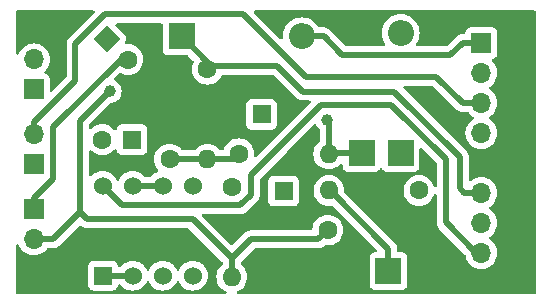
<source format=gtl>
G04 #@! TF.GenerationSoftware,KiCad,Pcbnew,7.0.10-7.0.10~ubuntu20.04.1*
G04 #@! TF.CreationDate,2024-06-13T18:01:27-03:00*
G04 #@! TF.ProjectId,Condicionamento_compacto_V01a,436f6e64-6963-4696-9f6e-616d656e746f,rev?*
G04 #@! TF.SameCoordinates,Original*
G04 #@! TF.FileFunction,Copper,L1,Top*
G04 #@! TF.FilePolarity,Positive*
%FSLAX46Y46*%
G04 Gerber Fmt 4.6, Leading zero omitted, Abs format (unit mm)*
G04 Created by KiCad (PCBNEW 7.0.10-7.0.10~ubuntu20.04.1) date 2024-06-13 18:01:27*
%MOMM*%
%LPD*%
G01*
G04 APERTURE LIST*
G04 Aperture macros list*
%AMRotRect*
0 Rectangle, with rotation*
0 The origin of the aperture is its center*
0 $1 length*
0 $2 width*
0 $3 Rotation angle, in degrees counterclockwise*
0 Add horizontal line*
21,1,$1,$2,0,0,$3*%
G04 Aperture macros list end*
G04 #@! TA.AperFunction,ComponentPad*
%ADD10R,1.700000X1.700000*%
G04 #@! TD*
G04 #@! TA.AperFunction,ComponentPad*
%ADD11O,1.700000X1.700000*%
G04 #@! TD*
G04 #@! TA.AperFunction,ComponentPad*
%ADD12R,1.600000X1.600000*%
G04 #@! TD*
G04 #@! TA.AperFunction,ComponentPad*
%ADD13C,1.600000*%
G04 #@! TD*
G04 #@! TA.AperFunction,ComponentPad*
%ADD14O,1.600000X1.600000*%
G04 #@! TD*
G04 #@! TA.AperFunction,ComponentPad*
%ADD15R,1.524000X1.524000*%
G04 #@! TD*
G04 #@! TA.AperFunction,ComponentPad*
%ADD16C,1.524000*%
G04 #@! TD*
G04 #@! TA.AperFunction,ComponentPad*
%ADD17R,2.200000X2.200000*%
G04 #@! TD*
G04 #@! TA.AperFunction,ComponentPad*
%ADD18O,2.200000X2.200000*%
G04 #@! TD*
G04 #@! TA.AperFunction,ComponentPad*
%ADD19RotRect,1.600000X1.600000X315.000000*%
G04 #@! TD*
G04 #@! TA.AperFunction,ViaPad*
%ADD20C,1.000000*%
G04 #@! TD*
G04 #@! TA.AperFunction,Conductor*
%ADD21C,0.500000*%
G04 #@! TD*
G04 APERTURE END LIST*
D10*
X124100000Y-98625000D03*
D11*
X124100000Y-96085000D03*
D12*
X132400000Y-96550000D03*
D13*
X129900000Y-96550000D03*
X135600000Y-98200000D03*
D14*
X135600000Y-90580000D03*
D10*
X124100000Y-102450000D03*
D11*
X124100000Y-104990000D03*
X124100000Y-107530000D03*
D13*
X156710000Y-100850000D03*
D14*
X149090000Y-100850000D03*
D10*
X124105000Y-92300000D03*
D11*
X124105000Y-89760000D03*
X124105000Y-87220000D03*
D15*
X129945100Y-108060000D03*
D16*
X132485100Y-108060000D03*
X135025100Y-108060000D03*
X137565100Y-108060000D03*
X137565100Y-100440000D03*
X135025100Y-100440000D03*
X132485100Y-100440000D03*
X129945100Y-100440000D03*
D17*
X154130000Y-107650000D03*
D18*
X143970000Y-107650000D03*
D12*
X143400000Y-94400000D03*
D13*
X143400000Y-91900000D03*
D17*
X151850000Y-97680000D03*
D18*
X151850000Y-87520000D03*
D12*
X145250000Y-100900000D03*
D13*
X145250000Y-103400000D03*
D17*
X136620000Y-87800000D03*
D18*
X146780000Y-87800000D03*
D13*
X140855100Y-100540000D03*
D14*
X140855100Y-108160000D03*
D13*
X141450000Y-97750000D03*
D14*
X149070000Y-97750000D03*
D13*
X138800000Y-90590000D03*
D14*
X138800000Y-98210000D03*
D10*
X162000000Y-88360000D03*
D11*
X162000000Y-90900000D03*
X162000000Y-93440000D03*
X162000000Y-95980000D03*
X162000000Y-98520000D03*
X162000000Y-101060000D03*
X162000000Y-103600000D03*
X162000000Y-106140000D03*
D19*
X130300000Y-88000000D03*
D13*
X132067767Y-89767767D03*
D17*
X155150000Y-97680000D03*
D18*
X155150000Y-87520000D03*
D13*
X148990000Y-104200000D03*
D14*
X156610000Y-104200000D03*
D20*
X148937000Y-94873800D03*
X130537700Y-92442000D03*
D21*
X129945100Y-100440000D02*
X131601000Y-102095900D01*
X131601000Y-102095900D02*
X141586400Y-102095900D01*
X148414500Y-93610800D02*
X154351000Y-93610800D01*
X161540000Y-106140000D02*
X162000000Y-106140000D01*
X141586400Y-102095900D02*
X142458400Y-101223900D01*
X142458400Y-99566900D02*
X148414500Y-93610800D01*
X158957100Y-98216900D02*
X158957100Y-103557100D01*
X142458400Y-101223900D02*
X142458400Y-99566900D01*
X154351000Y-93610800D02*
X158957100Y-98216900D01*
X158957100Y-103557100D02*
X161540000Y-106140000D01*
X138925600Y-90338900D02*
X144716600Y-90338900D01*
X160560000Y-101060000D02*
X162000000Y-101060000D01*
X144716600Y-90338900D02*
X146850500Y-92472800D01*
X146850500Y-92472800D02*
X154637200Y-92472800D01*
X154637200Y-92472800D02*
X160178600Y-98014200D01*
X160178600Y-98014200D02*
X160178600Y-100678600D01*
X160178600Y-100678600D02*
X160560000Y-101060000D01*
X149090000Y-100850000D02*
X149181900Y-100850000D01*
X149181900Y-100850000D02*
X154130000Y-105798100D01*
X154130000Y-105798100D02*
X154130000Y-107650000D01*
X124100000Y-102450000D02*
X124100000Y-101448900D01*
X124100000Y-101448900D02*
X125701900Y-99847000D01*
X125701900Y-99847000D02*
X125701900Y-95507300D01*
X125701900Y-95507300D02*
X131441400Y-89767800D01*
X131441400Y-89767800D02*
X132067800Y-89767800D01*
X124100000Y-96085000D02*
X124100000Y-95083800D01*
X124100000Y-95083800D02*
X127627900Y-91555900D01*
X130143900Y-85948100D02*
X141838200Y-85948100D01*
X127627900Y-91555900D02*
X127627900Y-88464100D01*
X127627900Y-88464100D02*
X130143900Y-85948100D01*
X141838200Y-85948100D02*
X147111000Y-91220900D01*
X147111000Y-91220900D02*
X158179000Y-91220900D01*
X158179000Y-91220900D02*
X160398100Y-93440000D01*
X160398100Y-93440000D02*
X162000000Y-93440000D01*
X138925600Y-90464400D02*
X138925600Y-90338900D01*
X138800000Y-90590000D02*
X138925600Y-90464400D01*
X138925600Y-90105600D02*
X136620000Y-87800000D01*
X138925600Y-90338900D02*
X138925600Y-90105600D01*
X151850000Y-97680000D02*
X149998100Y-97680000D01*
X149070000Y-97680000D02*
X149998100Y-97680000D01*
X149070000Y-95006800D02*
X149070000Y-97680000D01*
X148937000Y-94873800D02*
X149070000Y-95006800D01*
X149070000Y-97680000D02*
X149070000Y-97750000D01*
X150230200Y-89398300D02*
X148631900Y-87800000D01*
X159359800Y-89398300D02*
X150230200Y-89398300D01*
X160398100Y-88360000D02*
X159359800Y-89398300D01*
X162000000Y-88360000D02*
X160398100Y-88360000D01*
X146780000Y-87800000D02*
X148631900Y-87800000D01*
X132485100Y-100440000D02*
X135025100Y-100440000D01*
X140990000Y-98210000D02*
X138800000Y-98210000D01*
X141450000Y-97750000D02*
X140990000Y-98210000D01*
X137238100Y-98200000D02*
X137248100Y-98210000D01*
X135600000Y-98200000D02*
X137238100Y-98200000D01*
X138800000Y-98210000D02*
X137248100Y-98210000D01*
X132485100Y-108060000D02*
X129945100Y-108060000D01*
X142476400Y-104986800D02*
X140855100Y-106608100D01*
X148203200Y-104986800D02*
X142476400Y-104986800D01*
X148990000Y-104200000D02*
X148203200Y-104986800D01*
X140855100Y-108160000D02*
X140855100Y-106608100D01*
X124100000Y-104990000D02*
X125701900Y-104990000D01*
X128010800Y-102681100D02*
X125701900Y-104990000D01*
X128634500Y-103304800D02*
X128010800Y-102681100D01*
X137551800Y-103304800D02*
X128634500Y-103304800D01*
X140855100Y-106608100D02*
X137551800Y-103304800D01*
X128010800Y-94968900D02*
X130537700Y-92442000D01*
X128010800Y-102681100D02*
X128010800Y-94968900D01*
G04 #@! TA.AperFunction,Conductor*
G36*
X128051304Y-103804475D02*
G01*
X128087677Y-103825669D01*
X128122836Y-103855172D01*
X128130810Y-103862479D01*
X128134717Y-103866386D01*
X128134723Y-103866391D01*
X128159037Y-103885616D01*
X128161818Y-103887880D01*
X128189456Y-103911071D01*
X128219289Y-103936105D01*
X128225318Y-103940070D01*
X128225285Y-103940119D01*
X128231647Y-103944172D01*
X128231679Y-103944121D01*
X128237819Y-103947908D01*
X128237823Y-103947911D01*
X128261355Y-103958884D01*
X128305820Y-103979619D01*
X128309066Y-103981191D01*
X128376062Y-104014838D01*
X128382857Y-104017311D01*
X128382836Y-104017367D01*
X128389957Y-104019843D01*
X128389976Y-104019786D01*
X128396819Y-104022053D01*
X128396827Y-104022057D01*
X128470395Y-104037247D01*
X128473728Y-104037986D01*
X128546779Y-104055300D01*
X128546781Y-104055300D01*
X128546785Y-104055301D01*
X128553953Y-104056139D01*
X128553946Y-104056198D01*
X128561444Y-104056964D01*
X128561450Y-104056905D01*
X128568639Y-104057534D01*
X128568643Y-104057533D01*
X128568644Y-104057534D01*
X128643630Y-104055352D01*
X128647237Y-104055300D01*
X137189570Y-104055300D01*
X137256609Y-104074985D01*
X137277251Y-104091619D01*
X140068281Y-106882648D01*
X140101766Y-106943971D01*
X140104600Y-106970329D01*
X140104600Y-107033336D01*
X140084915Y-107100375D01*
X140051725Y-107134910D01*
X140015963Y-107159951D01*
X139855051Y-107320862D01*
X139724532Y-107507265D01*
X139724531Y-107507267D01*
X139628361Y-107713502D01*
X139628358Y-107713511D01*
X139569466Y-107933302D01*
X139569464Y-107933313D01*
X139549632Y-108159998D01*
X139549632Y-108160001D01*
X139569464Y-108386686D01*
X139569466Y-108386697D01*
X139628358Y-108606488D01*
X139628361Y-108606497D01*
X139724531Y-108812732D01*
X139724532Y-108812734D01*
X139855054Y-108999141D01*
X140015958Y-109160045D01*
X140015961Y-109160047D01*
X140202366Y-109290568D01*
X140281187Y-109327323D01*
X140357949Y-109363118D01*
X140410388Y-109409291D01*
X140429540Y-109476484D01*
X140409324Y-109543365D01*
X140356159Y-109588700D01*
X140305544Y-109599500D01*
X122724500Y-109599500D01*
X122657461Y-109579815D01*
X122611706Y-109527011D01*
X122600500Y-109475500D01*
X122600500Y-108869870D01*
X128682600Y-108869870D01*
X128682601Y-108869876D01*
X128689008Y-108929483D01*
X128739302Y-109064328D01*
X128739306Y-109064335D01*
X128825552Y-109179544D01*
X128825555Y-109179547D01*
X128940764Y-109265793D01*
X128940771Y-109265797D01*
X129075617Y-109316091D01*
X129075616Y-109316091D01*
X129082544Y-109316835D01*
X129135227Y-109322500D01*
X130754972Y-109322499D01*
X130814583Y-109316091D01*
X130949431Y-109265796D01*
X131064646Y-109179546D01*
X131150896Y-109064331D01*
X131201191Y-108929483D01*
X131202077Y-108921244D01*
X131228815Y-108856693D01*
X131286208Y-108816845D01*
X131325366Y-108810500D01*
X131404826Y-108810500D01*
X131471865Y-108830185D01*
X131506400Y-108863376D01*
X131514271Y-108874617D01*
X131514273Y-108874619D01*
X131514274Y-108874620D01*
X131670480Y-109030826D01*
X131670483Y-109030828D01*
X131670484Y-109030829D01*
X131851433Y-109157531D01*
X131851435Y-109157532D01*
X131851438Y-109157534D01*
X132051650Y-109250894D01*
X132265032Y-109308070D01*
X132422223Y-109321822D01*
X132485098Y-109327323D01*
X132485100Y-109327323D01*
X132485102Y-109327323D01*
X132540251Y-109322498D01*
X132705168Y-109308070D01*
X132918550Y-109250894D01*
X133118762Y-109157534D01*
X133299720Y-109030826D01*
X133455926Y-108874620D01*
X133582634Y-108693662D01*
X133642718Y-108564811D01*
X133688890Y-108512371D01*
X133756083Y-108493219D01*
X133822965Y-108513435D01*
X133867482Y-108564811D01*
X133927564Y-108693658D01*
X133927568Y-108693666D01*
X134054270Y-108874615D01*
X134054275Y-108874621D01*
X134210478Y-109030824D01*
X134210484Y-109030829D01*
X134391433Y-109157531D01*
X134391435Y-109157532D01*
X134391438Y-109157534D01*
X134591650Y-109250894D01*
X134805032Y-109308070D01*
X134962223Y-109321822D01*
X135025098Y-109327323D01*
X135025100Y-109327323D01*
X135025102Y-109327323D01*
X135080251Y-109322498D01*
X135245168Y-109308070D01*
X135458550Y-109250894D01*
X135658762Y-109157534D01*
X135839720Y-109030826D01*
X135995926Y-108874620D01*
X136122634Y-108693662D01*
X136182718Y-108564811D01*
X136228890Y-108512371D01*
X136296083Y-108493219D01*
X136362965Y-108513435D01*
X136407482Y-108564811D01*
X136467564Y-108693658D01*
X136467568Y-108693666D01*
X136594270Y-108874615D01*
X136594275Y-108874621D01*
X136750478Y-109030824D01*
X136750484Y-109030829D01*
X136931433Y-109157531D01*
X136931435Y-109157532D01*
X136931438Y-109157534D01*
X137131650Y-109250894D01*
X137345032Y-109308070D01*
X137502223Y-109321822D01*
X137565098Y-109327323D01*
X137565100Y-109327323D01*
X137565102Y-109327323D01*
X137620251Y-109322498D01*
X137785168Y-109308070D01*
X137998550Y-109250894D01*
X138198762Y-109157534D01*
X138379720Y-109030826D01*
X138535926Y-108874620D01*
X138662634Y-108693662D01*
X138755994Y-108493450D01*
X138813170Y-108280068D01*
X138832423Y-108060000D01*
X138813170Y-107839932D01*
X138755994Y-107626550D01*
X138662634Y-107426339D01*
X138580823Y-107309500D01*
X138535927Y-107245381D01*
X138469039Y-107178493D01*
X138379720Y-107089174D01*
X138379716Y-107089171D01*
X138379715Y-107089170D01*
X138198766Y-106962468D01*
X138198762Y-106962466D01*
X138151557Y-106940454D01*
X137998550Y-106869106D01*
X137998547Y-106869105D01*
X137998545Y-106869104D01*
X137785170Y-106811930D01*
X137785162Y-106811929D01*
X137565102Y-106792677D01*
X137565098Y-106792677D01*
X137345037Y-106811929D01*
X137345029Y-106811930D01*
X137131654Y-106869104D01*
X137131648Y-106869107D01*
X136931440Y-106962465D01*
X136931438Y-106962466D01*
X136750477Y-107089175D01*
X136594275Y-107245377D01*
X136467566Y-107426338D01*
X136467565Y-107426340D01*
X136407482Y-107555189D01*
X136361309Y-107607628D01*
X136294116Y-107626780D01*
X136227235Y-107606564D01*
X136182718Y-107555189D01*
X136122634Y-107426340D01*
X136122633Y-107426338D01*
X136113927Y-107413905D01*
X136040823Y-107309500D01*
X135995927Y-107245381D01*
X135929039Y-107178493D01*
X135839720Y-107089174D01*
X135839716Y-107089171D01*
X135839715Y-107089170D01*
X135658766Y-106962468D01*
X135658762Y-106962466D01*
X135611557Y-106940454D01*
X135458550Y-106869106D01*
X135458547Y-106869105D01*
X135458545Y-106869104D01*
X135245170Y-106811930D01*
X135245162Y-106811929D01*
X135025102Y-106792677D01*
X135025098Y-106792677D01*
X134805037Y-106811929D01*
X134805029Y-106811930D01*
X134591654Y-106869104D01*
X134591648Y-106869107D01*
X134391440Y-106962465D01*
X134391438Y-106962466D01*
X134210477Y-107089175D01*
X134054275Y-107245377D01*
X133927566Y-107426338D01*
X133927565Y-107426340D01*
X133867482Y-107555189D01*
X133821309Y-107607628D01*
X133754116Y-107626780D01*
X133687235Y-107606564D01*
X133642718Y-107555189D01*
X133582634Y-107426340D01*
X133582633Y-107426338D01*
X133573927Y-107413905D01*
X133500823Y-107309500D01*
X133455927Y-107245381D01*
X133389039Y-107178493D01*
X133299720Y-107089174D01*
X133299716Y-107089171D01*
X133299715Y-107089170D01*
X133118766Y-106962468D01*
X133118762Y-106962466D01*
X133071557Y-106940454D01*
X132918550Y-106869106D01*
X132918547Y-106869105D01*
X132918545Y-106869104D01*
X132705170Y-106811930D01*
X132705162Y-106811929D01*
X132485102Y-106792677D01*
X132485098Y-106792677D01*
X132265037Y-106811929D01*
X132265029Y-106811930D01*
X132051654Y-106869104D01*
X132051648Y-106869107D01*
X131851440Y-106962465D01*
X131851438Y-106962466D01*
X131670477Y-107089175D01*
X131514273Y-107245379D01*
X131506400Y-107256624D01*
X131451823Y-107300249D01*
X131404826Y-107309500D01*
X131325366Y-107309500D01*
X131258327Y-107289815D01*
X131212572Y-107237011D01*
X131202076Y-107198750D01*
X131201191Y-107190516D01*
X131150897Y-107055671D01*
X131150893Y-107055664D01*
X131064647Y-106940455D01*
X131064644Y-106940452D01*
X130949435Y-106854206D01*
X130949428Y-106854202D01*
X130814582Y-106803908D01*
X130814583Y-106803908D01*
X130754983Y-106797501D01*
X130754981Y-106797500D01*
X130754973Y-106797500D01*
X130754964Y-106797500D01*
X129135229Y-106797500D01*
X129135223Y-106797501D01*
X129075616Y-106803908D01*
X128940771Y-106854202D01*
X128940764Y-106854206D01*
X128825555Y-106940452D01*
X128825552Y-106940455D01*
X128739306Y-107055664D01*
X128739302Y-107055671D01*
X128689008Y-107190517D01*
X128682601Y-107250116D01*
X128682600Y-107250135D01*
X128682600Y-108869870D01*
X122600500Y-108869870D01*
X122600500Y-105529196D01*
X122620185Y-105462157D01*
X122672989Y-105416402D01*
X122742147Y-105406458D01*
X122805703Y-105435483D01*
X122836881Y-105476790D01*
X122884183Y-105578229D01*
X122925965Y-105667830D01*
X122925967Y-105667834D01*
X122998020Y-105770735D01*
X123061505Y-105861401D01*
X123228599Y-106028495D01*
X123325384Y-106096265D01*
X123422165Y-106164032D01*
X123422167Y-106164033D01*
X123422170Y-106164035D01*
X123636337Y-106263903D01*
X123864592Y-106325063D01*
X124052918Y-106341539D01*
X124099999Y-106345659D01*
X124100000Y-106345659D01*
X124100001Y-106345659D01*
X124139234Y-106342226D01*
X124335408Y-106325063D01*
X124563663Y-106263903D01*
X124777830Y-106164035D01*
X124971401Y-106028495D01*
X125138495Y-105861401D01*
X125186127Y-105793376D01*
X125240704Y-105749751D01*
X125287701Y-105740500D01*
X125638195Y-105740500D01*
X125656165Y-105741809D01*
X125679923Y-105745289D01*
X125729269Y-105740971D01*
X125740076Y-105740500D01*
X125745604Y-105740500D01*
X125745609Y-105740500D01*
X125776456Y-105736893D01*
X125779930Y-105736539D01*
X125854697Y-105729999D01*
X125854705Y-105729996D01*
X125861766Y-105728539D01*
X125861778Y-105728598D01*
X125869143Y-105726965D01*
X125869129Y-105726906D01*
X125876149Y-105725241D01*
X125876155Y-105725241D01*
X125946679Y-105699572D01*
X125950017Y-105698412D01*
X126021234Y-105674814D01*
X126021242Y-105674808D01*
X126027782Y-105671760D01*
X126027808Y-105671816D01*
X126034590Y-105668532D01*
X126034563Y-105668478D01*
X126041013Y-105665238D01*
X126041017Y-105665237D01*
X126103737Y-105623984D01*
X126106632Y-105622140D01*
X126170556Y-105582712D01*
X126170562Y-105582705D01*
X126176225Y-105578229D01*
X126176262Y-105578277D01*
X126182104Y-105573518D01*
X126182064Y-105573471D01*
X126187586Y-105568835D01*
X126187596Y-105568830D01*
X126239085Y-105514253D01*
X126241532Y-105511734D01*
X127920291Y-103832974D01*
X127981612Y-103799491D01*
X128051304Y-103804475D01*
G37*
G04 #@! TD.AperFunction*
G04 #@! TA.AperFunction,Conductor*
G36*
X166542539Y-85620185D02*
G01*
X166588294Y-85672989D01*
X166599500Y-85724500D01*
X166599500Y-109475500D01*
X166579815Y-109542539D01*
X166527011Y-109588294D01*
X166475500Y-109599500D01*
X141404656Y-109599500D01*
X141337617Y-109579815D01*
X141291862Y-109527011D01*
X141281918Y-109457853D01*
X141310943Y-109394297D01*
X141352251Y-109363118D01*
X141507834Y-109290568D01*
X141694239Y-109160047D01*
X141855147Y-108999139D01*
X141985668Y-108812734D01*
X142081839Y-108606496D01*
X142140735Y-108386692D01*
X142160568Y-108160000D01*
X142140735Y-107933308D01*
X142081839Y-107713504D01*
X141985668Y-107507266D01*
X141855147Y-107320861D01*
X141694239Y-107159953D01*
X141689473Y-107156615D01*
X141658475Y-107134910D01*
X141614851Y-107080332D01*
X141605600Y-107033336D01*
X141605600Y-106970329D01*
X141625285Y-106903290D01*
X141641919Y-106882648D01*
X142750948Y-105773619D01*
X142812271Y-105740134D01*
X142838629Y-105737300D01*
X148139495Y-105737300D01*
X148157465Y-105738609D01*
X148181223Y-105742089D01*
X148230569Y-105737771D01*
X148241376Y-105737300D01*
X148246904Y-105737300D01*
X148246909Y-105737300D01*
X148277756Y-105733693D01*
X148281230Y-105733339D01*
X148355997Y-105726799D01*
X148356005Y-105726796D01*
X148363066Y-105725339D01*
X148363078Y-105725398D01*
X148370443Y-105723765D01*
X148370429Y-105723706D01*
X148377449Y-105722041D01*
X148377455Y-105722041D01*
X148447979Y-105696372D01*
X148451317Y-105695212D01*
X148522534Y-105671614D01*
X148522542Y-105671608D01*
X148529082Y-105668560D01*
X148529108Y-105668616D01*
X148535890Y-105665332D01*
X148535863Y-105665278D01*
X148542313Y-105662038D01*
X148542317Y-105662037D01*
X148605037Y-105620784D01*
X148607932Y-105618940D01*
X148671856Y-105579512D01*
X148671862Y-105579505D01*
X148677525Y-105575029D01*
X148677562Y-105575077D01*
X148683404Y-105570318D01*
X148683364Y-105570271D01*
X148688887Y-105565635D01*
X148688896Y-105565630D01*
X148723088Y-105529387D01*
X148783408Y-105494133D01*
X148824086Y-105490952D01*
X148973996Y-105504067D01*
X148989999Y-105505468D01*
X148990000Y-105505468D01*
X148990002Y-105505468D01*
X149046673Y-105500509D01*
X149216692Y-105485635D01*
X149436496Y-105426739D01*
X149642734Y-105330568D01*
X149829139Y-105200047D01*
X149990047Y-105039139D01*
X150120568Y-104852734D01*
X150216739Y-104646496D01*
X150275635Y-104426692D01*
X150295468Y-104200000D01*
X150275635Y-103973308D01*
X150216739Y-103753504D01*
X150120568Y-103547266D01*
X149992662Y-103364596D01*
X149990045Y-103360858D01*
X149829141Y-103199954D01*
X149642734Y-103069432D01*
X149642732Y-103069431D01*
X149436497Y-102973261D01*
X149436488Y-102973258D01*
X149216697Y-102914366D01*
X149216693Y-102914365D01*
X149216692Y-102914365D01*
X149216691Y-102914364D01*
X149216686Y-102914364D01*
X148990002Y-102894532D01*
X148989998Y-102894532D01*
X148763313Y-102914364D01*
X148763302Y-102914366D01*
X148543511Y-102973258D01*
X148543502Y-102973261D01*
X148337267Y-103069431D01*
X148337265Y-103069432D01*
X148150858Y-103199954D01*
X147989954Y-103360858D01*
X147859432Y-103547265D01*
X147859431Y-103547267D01*
X147763261Y-103753502D01*
X147763258Y-103753511D01*
X147704366Y-103973302D01*
X147704364Y-103973312D01*
X147691259Y-104123108D01*
X147665806Y-104188176D01*
X147609215Y-104229155D01*
X147567731Y-104236300D01*
X142540105Y-104236300D01*
X142522135Y-104234991D01*
X142498372Y-104231510D01*
X142452042Y-104235564D01*
X142449032Y-104235828D01*
X142438226Y-104236300D01*
X142432684Y-104236300D01*
X142401884Y-104239900D01*
X142398299Y-104240266D01*
X142323600Y-104246801D01*
X142316533Y-104248261D01*
X142316521Y-104248204D01*
X142309154Y-104249838D01*
X142309168Y-104249894D01*
X142302145Y-104251558D01*
X142231670Y-104277207D01*
X142228270Y-104278389D01*
X142157066Y-104301985D01*
X142150519Y-104305038D01*
X142150494Y-104304986D01*
X142143714Y-104308268D01*
X142143740Y-104308320D01*
X142137282Y-104311563D01*
X142074635Y-104352766D01*
X142071599Y-104354700D01*
X142007746Y-104394087D01*
X142002077Y-104398570D01*
X142002041Y-104398524D01*
X141996198Y-104403284D01*
X141996235Y-104403328D01*
X141990710Y-104407964D01*
X141990704Y-104407969D01*
X141990704Y-104407970D01*
X141973036Y-104426697D01*
X141939232Y-104462526D01*
X141936720Y-104465111D01*
X140942780Y-105459051D01*
X140881457Y-105492536D01*
X140811765Y-105487552D01*
X140767418Y-105459051D01*
X138366449Y-103058081D01*
X138332964Y-102996758D01*
X138337948Y-102927066D01*
X138379820Y-102871133D01*
X138445284Y-102846716D01*
X138454130Y-102846400D01*
X141522695Y-102846400D01*
X141540665Y-102847709D01*
X141564423Y-102851189D01*
X141613769Y-102846871D01*
X141624576Y-102846400D01*
X141630104Y-102846400D01*
X141630109Y-102846400D01*
X141660956Y-102842793D01*
X141664430Y-102842439D01*
X141739197Y-102835899D01*
X141739205Y-102835896D01*
X141746266Y-102834439D01*
X141746278Y-102834498D01*
X141753643Y-102832865D01*
X141753629Y-102832806D01*
X141760649Y-102831141D01*
X141760655Y-102831141D01*
X141831179Y-102805472D01*
X141834517Y-102804312D01*
X141905734Y-102780714D01*
X141905742Y-102780708D01*
X141912282Y-102777660D01*
X141912308Y-102777716D01*
X141919090Y-102774432D01*
X141919063Y-102774378D01*
X141925513Y-102771138D01*
X141925517Y-102771137D01*
X141988237Y-102729884D01*
X141991132Y-102728040D01*
X142055056Y-102688612D01*
X142055062Y-102688605D01*
X142060725Y-102684129D01*
X142060762Y-102684177D01*
X142066604Y-102679418D01*
X142066564Y-102679371D01*
X142072086Y-102674735D01*
X142072096Y-102674730D01*
X142123587Y-102620151D01*
X142126032Y-102617634D01*
X142944042Y-101799624D01*
X142957657Y-101787858D01*
X142976930Y-101773510D01*
X142998444Y-101747870D01*
X143949500Y-101747870D01*
X143949501Y-101747876D01*
X143955908Y-101807483D01*
X144006202Y-101942328D01*
X144006206Y-101942335D01*
X144092452Y-102057544D01*
X144092455Y-102057547D01*
X144207664Y-102143793D01*
X144207671Y-102143797D01*
X144342517Y-102194091D01*
X144342516Y-102194091D01*
X144349444Y-102194835D01*
X144402127Y-102200500D01*
X146097872Y-102200499D01*
X146157483Y-102194091D01*
X146292331Y-102143796D01*
X146407546Y-102057546D01*
X146493796Y-101942331D01*
X146544091Y-101807483D01*
X146550500Y-101747873D01*
X146550499Y-100850001D01*
X147784532Y-100850001D01*
X147804364Y-101076686D01*
X147804366Y-101076697D01*
X147863258Y-101296488D01*
X147863261Y-101296497D01*
X147959431Y-101502732D01*
X147959432Y-101502734D01*
X148089954Y-101689141D01*
X148250858Y-101850045D01*
X148250861Y-101850047D01*
X148437266Y-101980568D01*
X148643504Y-102076739D01*
X148863308Y-102135635D01*
X149025230Y-102149801D01*
X149089998Y-102155468D01*
X149090000Y-102155468D01*
X149090002Y-102155468D01*
X149180676Y-102147534D01*
X149316692Y-102135635D01*
X149318091Y-102135260D01*
X149318732Y-102135275D01*
X149322029Y-102134694D01*
X149322145Y-102135356D01*
X149387940Y-102136913D01*
X149437881Y-102167349D01*
X151345517Y-104074985D01*
X153108352Y-105837819D01*
X153141837Y-105899142D01*
X153136853Y-105968834D01*
X153094981Y-106024767D01*
X153029517Y-106049184D01*
X153020674Y-106049500D01*
X152982131Y-106049500D01*
X152982123Y-106049501D01*
X152922516Y-106055908D01*
X152787671Y-106106202D01*
X152787664Y-106106206D01*
X152672455Y-106192452D01*
X152672452Y-106192455D01*
X152586206Y-106307664D01*
X152586202Y-106307671D01*
X152535908Y-106442517D01*
X152529501Y-106502116D01*
X152529501Y-106502123D01*
X152529500Y-106502135D01*
X152529500Y-108797870D01*
X152529501Y-108797876D01*
X152535908Y-108857483D01*
X152586202Y-108992328D01*
X152586206Y-108992335D01*
X152672452Y-109107544D01*
X152672455Y-109107547D01*
X152787664Y-109193793D01*
X152787671Y-109193797D01*
X152922517Y-109244091D01*
X152922516Y-109244091D01*
X152929444Y-109244835D01*
X152982127Y-109250500D01*
X155277872Y-109250499D01*
X155337483Y-109244091D01*
X155472331Y-109193796D01*
X155587546Y-109107546D01*
X155673796Y-108992331D01*
X155724091Y-108857483D01*
X155730500Y-108797873D01*
X155730499Y-106502128D01*
X155724091Y-106442517D01*
X155699061Y-106375409D01*
X155673797Y-106307671D01*
X155673793Y-106307664D01*
X155587547Y-106192455D01*
X155587544Y-106192452D01*
X155472335Y-106106206D01*
X155472328Y-106106202D01*
X155337482Y-106055908D01*
X155337483Y-106055908D01*
X155277883Y-106049501D01*
X155277881Y-106049500D01*
X155277873Y-106049500D01*
X155277865Y-106049500D01*
X155004500Y-106049500D01*
X154937461Y-106029815D01*
X154891706Y-105977011D01*
X154880500Y-105925500D01*
X154880500Y-105861805D01*
X154881809Y-105843835D01*
X154885289Y-105820074D01*
X154880972Y-105770735D01*
X154880500Y-105759926D01*
X154880500Y-105754396D01*
X154880500Y-105754391D01*
X154876894Y-105723543D01*
X154876534Y-105720016D01*
X154874693Y-105698974D01*
X154871793Y-105665816D01*
X154869999Y-105645309D01*
X154868538Y-105638235D01*
X154868598Y-105638222D01*
X154866966Y-105630864D01*
X154866908Y-105630878D01*
X154865242Y-105623850D01*
X154865241Y-105623848D01*
X154865241Y-105623845D01*
X154839567Y-105553306D01*
X154838420Y-105550008D01*
X154814814Y-105478766D01*
X154814811Y-105478762D01*
X154811762Y-105472221D01*
X154811815Y-105472195D01*
X154808531Y-105465411D01*
X154808479Y-105465438D01*
X154805236Y-105458982D01*
X154764025Y-105396322D01*
X154762088Y-105393281D01*
X154722714Y-105329447D01*
X154718234Y-105323781D01*
X154718280Y-105323743D01*
X154713519Y-105317899D01*
X154713474Y-105317938D01*
X154708831Y-105312405D01*
X154654290Y-105260948D01*
X154651703Y-105258435D01*
X150424109Y-101030841D01*
X150390624Y-100969518D01*
X150388262Y-100932357D01*
X150395468Y-100850000D01*
X150393245Y-100824596D01*
X150378851Y-100660068D01*
X150375635Y-100623308D01*
X150316739Y-100403504D01*
X150220568Y-100197266D01*
X150090047Y-100010861D01*
X150090045Y-100010858D01*
X149929141Y-99849954D01*
X149742734Y-99719432D01*
X149742732Y-99719431D01*
X149536497Y-99623261D01*
X149536488Y-99623258D01*
X149316697Y-99564366D01*
X149316693Y-99564365D01*
X149316692Y-99564365D01*
X149316691Y-99564364D01*
X149316686Y-99564364D01*
X149090002Y-99544532D01*
X149089998Y-99544532D01*
X148863313Y-99564364D01*
X148863302Y-99564366D01*
X148643511Y-99623258D01*
X148643502Y-99623261D01*
X148437267Y-99719431D01*
X148437265Y-99719432D01*
X148250858Y-99849954D01*
X148089954Y-100010858D01*
X147959432Y-100197265D01*
X147959431Y-100197267D01*
X147863261Y-100403502D01*
X147863258Y-100403511D01*
X147804366Y-100623302D01*
X147804364Y-100623313D01*
X147784532Y-100849998D01*
X147784532Y-100850001D01*
X146550499Y-100850001D01*
X146550499Y-100052128D01*
X146544091Y-99992517D01*
X146537743Y-99975498D01*
X146493797Y-99857671D01*
X146493793Y-99857664D01*
X146407547Y-99742455D01*
X146407544Y-99742452D01*
X146292335Y-99656206D01*
X146292328Y-99656202D01*
X146157482Y-99605908D01*
X146157483Y-99605908D01*
X146097883Y-99599501D01*
X146097881Y-99599500D01*
X146097873Y-99599500D01*
X146097864Y-99599500D01*
X144402129Y-99599500D01*
X144402123Y-99599501D01*
X144342516Y-99605908D01*
X144207671Y-99656202D01*
X144207664Y-99656206D01*
X144092455Y-99742452D01*
X144092452Y-99742455D01*
X144006206Y-99857664D01*
X144006202Y-99857671D01*
X143955908Y-99992517D01*
X143949945Y-100047987D01*
X143949501Y-100052123D01*
X143949500Y-100052135D01*
X143949500Y-101747870D01*
X142998444Y-101747870D01*
X143008783Y-101735548D01*
X143016071Y-101727594D01*
X143019990Y-101723677D01*
X143031153Y-101709559D01*
X143039211Y-101699367D01*
X143041494Y-101696564D01*
X143045910Y-101691302D01*
X143089702Y-101639114D01*
X143089703Y-101639111D01*
X143093672Y-101633079D01*
X143093723Y-101633112D01*
X143097769Y-101626760D01*
X143097717Y-101626728D01*
X143101505Y-101620583D01*
X143101511Y-101620577D01*
X143133229Y-101552555D01*
X143134769Y-101549376D01*
X143168440Y-101482333D01*
X143168443Y-101482317D01*
X143170910Y-101475544D01*
X143170968Y-101475565D01*
X143173443Y-101468446D01*
X143173385Y-101468427D01*
X143175655Y-101461577D01*
X143176902Y-101455536D01*
X143190831Y-101388071D01*
X143191586Y-101384667D01*
X143208900Y-101311621D01*
X143208900Y-101311619D01*
X143208901Y-101311615D01*
X143209739Y-101304448D01*
X143209797Y-101304454D01*
X143210564Y-101296956D01*
X143210504Y-101296951D01*
X143211133Y-101289760D01*
X143210759Y-101276920D01*
X143208952Y-101214789D01*
X143208900Y-101211183D01*
X143208900Y-99929129D01*
X143228585Y-99862090D01*
X143245219Y-99841448D01*
X145535588Y-97551079D01*
X147827248Y-95259418D01*
X147888569Y-95225935D01*
X147958261Y-95230919D01*
X148014194Y-95272791D01*
X148024285Y-95288648D01*
X148101085Y-95432332D01*
X148101090Y-95432339D01*
X148226113Y-95584680D01*
X148226117Y-95584683D01*
X148274165Y-95624115D01*
X148313499Y-95681858D01*
X148319500Y-95719967D01*
X148319500Y-96623336D01*
X148299815Y-96690375D01*
X148266625Y-96724910D01*
X148230863Y-96749951D01*
X148069951Y-96910862D01*
X147939432Y-97097265D01*
X147939431Y-97097267D01*
X147843261Y-97303502D01*
X147843258Y-97303511D01*
X147784366Y-97523302D01*
X147784364Y-97523313D01*
X147764532Y-97749998D01*
X147764532Y-97750001D01*
X147784364Y-97976686D01*
X147784366Y-97976697D01*
X147843258Y-98196488D01*
X147843261Y-98196497D01*
X147939431Y-98402732D01*
X147939432Y-98402734D01*
X148069954Y-98589141D01*
X148230858Y-98750045D01*
X148230861Y-98750047D01*
X148417266Y-98880568D01*
X148623504Y-98976739D01*
X148623509Y-98976740D01*
X148623511Y-98976741D01*
X148662911Y-98987298D01*
X148843308Y-99035635D01*
X148997682Y-99049141D01*
X149069998Y-99055468D01*
X149070000Y-99055468D01*
X149070002Y-99055468D01*
X149135300Y-99049755D01*
X149296692Y-99035635D01*
X149516496Y-98976739D01*
X149722734Y-98880568D01*
X149909139Y-98750047D01*
X149958984Y-98700202D01*
X150037820Y-98621367D01*
X150099143Y-98587882D01*
X150168835Y-98592866D01*
X150224768Y-98634738D01*
X150249185Y-98700202D01*
X150249501Y-98709048D01*
X150249501Y-98827876D01*
X150255908Y-98887483D01*
X150306202Y-99022328D01*
X150306206Y-99022335D01*
X150392452Y-99137544D01*
X150392455Y-99137547D01*
X150507664Y-99223793D01*
X150507671Y-99223797D01*
X150642517Y-99274091D01*
X150642516Y-99274091D01*
X150649444Y-99274835D01*
X150702127Y-99280500D01*
X152997872Y-99280499D01*
X153057483Y-99274091D01*
X153192331Y-99223796D01*
X153307546Y-99137546D01*
X153369736Y-99054471D01*
X153399112Y-99015231D01*
X153401382Y-99016930D01*
X153440565Y-98977743D01*
X153508837Y-98962886D01*
X153574303Y-98987298D01*
X153599443Y-99016311D01*
X153600888Y-99015231D01*
X153692452Y-99137544D01*
X153692455Y-99137547D01*
X153807664Y-99223793D01*
X153807671Y-99223797D01*
X153942517Y-99274091D01*
X153942516Y-99274091D01*
X153949444Y-99274835D01*
X154002127Y-99280500D01*
X156297872Y-99280499D01*
X156357483Y-99274091D01*
X156492331Y-99223796D01*
X156607546Y-99137546D01*
X156693796Y-99022331D01*
X156744091Y-98887483D01*
X156750500Y-98827873D01*
X156750499Y-97371028D01*
X156770184Y-97303990D01*
X156822987Y-97258235D01*
X156892146Y-97248291D01*
X156955702Y-97277316D01*
X156962180Y-97283348D01*
X158170281Y-98491449D01*
X158203766Y-98552772D01*
X158206600Y-98579130D01*
X158206600Y-100468765D01*
X158186915Y-100535804D01*
X158134111Y-100581559D01*
X158064953Y-100591503D01*
X158001397Y-100562478D01*
X157963623Y-100503700D01*
X157962825Y-100500858D01*
X157936741Y-100403511D01*
X157936738Y-100403502D01*
X157910288Y-100346781D01*
X157840568Y-100197266D01*
X157710047Y-100010861D01*
X157710045Y-100010858D01*
X157549141Y-99849954D01*
X157362734Y-99719432D01*
X157362732Y-99719431D01*
X157156497Y-99623261D01*
X157156488Y-99623258D01*
X156936697Y-99564366D01*
X156936693Y-99564365D01*
X156936692Y-99564365D01*
X156936691Y-99564364D01*
X156936686Y-99564364D01*
X156710002Y-99544532D01*
X156709998Y-99544532D01*
X156483313Y-99564364D01*
X156483302Y-99564366D01*
X156263511Y-99623258D01*
X156263502Y-99623261D01*
X156057267Y-99719431D01*
X156057265Y-99719432D01*
X155870858Y-99849954D01*
X155709954Y-100010858D01*
X155579432Y-100197265D01*
X155579431Y-100197267D01*
X155483261Y-100403502D01*
X155483258Y-100403511D01*
X155424366Y-100623302D01*
X155424364Y-100623313D01*
X155404532Y-100849998D01*
X155404532Y-100850001D01*
X155424364Y-101076686D01*
X155424366Y-101076697D01*
X155483258Y-101296488D01*
X155483261Y-101296497D01*
X155579431Y-101502732D01*
X155579432Y-101502734D01*
X155709954Y-101689141D01*
X155870858Y-101850045D01*
X155870861Y-101850047D01*
X156057266Y-101980568D01*
X156263504Y-102076739D01*
X156483308Y-102135635D01*
X156645230Y-102149801D01*
X156709998Y-102155468D01*
X156710000Y-102155468D01*
X156710002Y-102155468D01*
X156766673Y-102150509D01*
X156936692Y-102135635D01*
X157156496Y-102076739D01*
X157362734Y-101980568D01*
X157549139Y-101850047D01*
X157710047Y-101689139D01*
X157840568Y-101502734D01*
X157936739Y-101296496D01*
X157962825Y-101199140D01*
X157999190Y-101139480D01*
X158062036Y-101108951D01*
X158131412Y-101117245D01*
X158185290Y-101161731D01*
X158206565Y-101228282D01*
X158206600Y-101231234D01*
X158206600Y-103493394D01*
X158205291Y-103511363D01*
X158201810Y-103535125D01*
X158206128Y-103584468D01*
X158206600Y-103595276D01*
X158206600Y-103600811D01*
X158210198Y-103631595D01*
X158210564Y-103635183D01*
X158217100Y-103709891D01*
X158218561Y-103716967D01*
X158218503Y-103716978D01*
X158220134Y-103724337D01*
X158220192Y-103724324D01*
X158221857Y-103731349D01*
X158221858Y-103731354D01*
X158221859Y-103731355D01*
X158247024Y-103800499D01*
X158247500Y-103801805D01*
X158248682Y-103805207D01*
X158272282Y-103876426D01*
X158275336Y-103882974D01*
X158275282Y-103882998D01*
X158278570Y-103889788D01*
X158278621Y-103889763D01*
X158281861Y-103896214D01*
X158323079Y-103958884D01*
X158324989Y-103961882D01*
X158336900Y-103981191D01*
X158364389Y-104025758D01*
X158368866Y-104031419D01*
X158368819Y-104031456D01*
X158373582Y-104037302D01*
X158373628Y-104037264D01*
X158378273Y-104042799D01*
X158432808Y-104094250D01*
X158435396Y-104096764D01*
X160628315Y-106289683D01*
X160661800Y-106351006D01*
X160664162Y-106366551D01*
X160664937Y-106375409D01*
X160726094Y-106603655D01*
X160726096Y-106603659D01*
X160726097Y-106603663D01*
X160814236Y-106792677D01*
X160825965Y-106817830D01*
X160825967Y-106817834D01*
X160896782Y-106918967D01*
X160961505Y-107011401D01*
X161128599Y-107178495D01*
X161224116Y-107245377D01*
X161322165Y-107314032D01*
X161322167Y-107314033D01*
X161322170Y-107314035D01*
X161536337Y-107413903D01*
X161764592Y-107475063D01*
X161952918Y-107491539D01*
X161999999Y-107495659D01*
X162000000Y-107495659D01*
X162000001Y-107495659D01*
X162039234Y-107492226D01*
X162235408Y-107475063D01*
X162463663Y-107413903D01*
X162677830Y-107314035D01*
X162871401Y-107178495D01*
X163038495Y-107011401D01*
X163174035Y-106817830D01*
X163273903Y-106603663D01*
X163335063Y-106375408D01*
X163355659Y-106140000D01*
X163335063Y-105904592D01*
X163280133Y-105699588D01*
X163273905Y-105676344D01*
X163273904Y-105676343D01*
X163273903Y-105676337D01*
X163174035Y-105462171D01*
X163174026Y-105462157D01*
X163038494Y-105268597D01*
X162871402Y-105101506D01*
X162871396Y-105101501D01*
X162685842Y-104971575D01*
X162642217Y-104916998D01*
X162635023Y-104847500D01*
X162666546Y-104785145D01*
X162685842Y-104768425D01*
X162708026Y-104752891D01*
X162871401Y-104638495D01*
X163038495Y-104471401D01*
X163174035Y-104277830D01*
X163273903Y-104063663D01*
X163335063Y-103835408D01*
X163355659Y-103600000D01*
X163335063Y-103364592D01*
X163273903Y-103136337D01*
X163174035Y-102922171D01*
X163168570Y-102914365D01*
X163038494Y-102728597D01*
X162871402Y-102561506D01*
X162871396Y-102561501D01*
X162685842Y-102431575D01*
X162642217Y-102376998D01*
X162635023Y-102307500D01*
X162666546Y-102245145D01*
X162685842Y-102228425D01*
X162806703Y-102143797D01*
X162871401Y-102098495D01*
X163038495Y-101931401D01*
X163174035Y-101737830D01*
X163273903Y-101523663D01*
X163335063Y-101295408D01*
X163355659Y-101060000D01*
X163354220Y-101043558D01*
X163349227Y-100986488D01*
X163335063Y-100824592D01*
X163273903Y-100596337D01*
X163174035Y-100382171D01*
X163154675Y-100354521D01*
X163038494Y-100188597D01*
X162871402Y-100021506D01*
X162871395Y-100021501D01*
X162856195Y-100010858D01*
X162796546Y-99969091D01*
X162677834Y-99885967D01*
X162677830Y-99885965D01*
X162574688Y-99837869D01*
X162463663Y-99786097D01*
X162463659Y-99786096D01*
X162463655Y-99786094D01*
X162235413Y-99724938D01*
X162235403Y-99724936D01*
X162000001Y-99704341D01*
X161999999Y-99704341D01*
X161764596Y-99724936D01*
X161764586Y-99724938D01*
X161536344Y-99786094D01*
X161536335Y-99786098D01*
X161322171Y-99885964D01*
X161322169Y-99885965D01*
X161124223Y-100024568D01*
X161058017Y-100046895D01*
X160990250Y-100029885D01*
X160942437Y-99978936D01*
X160929100Y-99922993D01*
X160929100Y-98077905D01*
X160930409Y-98059935D01*
X160933326Y-98040018D01*
X160933889Y-98036177D01*
X160929572Y-97986830D01*
X160929100Y-97976022D01*
X160929100Y-97970496D01*
X160929100Y-97970491D01*
X160925501Y-97939709D01*
X160925136Y-97936129D01*
X160918599Y-97861401D01*
X160917139Y-97854329D01*
X160917197Y-97854316D01*
X160915565Y-97846957D01*
X160915506Y-97846972D01*
X160913842Y-97839953D01*
X160913841Y-97839945D01*
X160888191Y-97769473D01*
X160887008Y-97766068D01*
X160863413Y-97694863D01*
X160860364Y-97688324D01*
X160860417Y-97688299D01*
X160857131Y-97681511D01*
X160857079Y-97681538D01*
X160853836Y-97675082D01*
X160812625Y-97612422D01*
X160810688Y-97609381D01*
X160771314Y-97545547D01*
X160766834Y-97539881D01*
X160766880Y-97539843D01*
X160762119Y-97533999D01*
X160762074Y-97534038D01*
X160757431Y-97528505D01*
X160702890Y-97477048D01*
X160700303Y-97474535D01*
X155408849Y-92183081D01*
X155375364Y-92121758D01*
X155380348Y-92052066D01*
X155422220Y-91996133D01*
X155487684Y-91971716D01*
X155496530Y-91971400D01*
X157816770Y-91971400D01*
X157883809Y-91991085D01*
X157904451Y-92007719D01*
X159822367Y-93925634D01*
X159834148Y-93939266D01*
X159848490Y-93958530D01*
X159886443Y-93990376D01*
X159894419Y-93997686D01*
X159898319Y-94001587D01*
X159922644Y-94020821D01*
X159925440Y-94023099D01*
X159953162Y-94046360D01*
X159982886Y-94071302D01*
X159982894Y-94071306D01*
X159988924Y-94075273D01*
X159988890Y-94075323D01*
X159995237Y-94079366D01*
X159995269Y-94079316D01*
X160001421Y-94083110D01*
X160069394Y-94114806D01*
X160072610Y-94116362D01*
X160139667Y-94150040D01*
X160139676Y-94150042D01*
X160146455Y-94152510D01*
X160146434Y-94152567D01*
X160153551Y-94155040D01*
X160153570Y-94154984D01*
X160160424Y-94157255D01*
X160160425Y-94157255D01*
X160160427Y-94157256D01*
X160233948Y-94172436D01*
X160237309Y-94173181D01*
X160310379Y-94190500D01*
X160310385Y-94190500D01*
X160317552Y-94191338D01*
X160317545Y-94191397D01*
X160325046Y-94192163D01*
X160325052Y-94192104D01*
X160332241Y-94192733D01*
X160332243Y-94192732D01*
X160332244Y-94192733D01*
X160407211Y-94190552D01*
X160410817Y-94190500D01*
X160812299Y-94190500D01*
X160879338Y-94210185D01*
X160913873Y-94243376D01*
X160961505Y-94311401D01*
X161128597Y-94478493D01*
X161128603Y-94478498D01*
X161314158Y-94608425D01*
X161357783Y-94663002D01*
X161364977Y-94732500D01*
X161333454Y-94794855D01*
X161314158Y-94811575D01*
X161128597Y-94941505D01*
X160961505Y-95108597D01*
X160825965Y-95302169D01*
X160825964Y-95302171D01*
X160726098Y-95516335D01*
X160726094Y-95516344D01*
X160664938Y-95744586D01*
X160664936Y-95744596D01*
X160644341Y-95979999D01*
X160644341Y-95980000D01*
X160664936Y-96215403D01*
X160664938Y-96215413D01*
X160726094Y-96443655D01*
X160726096Y-96443659D01*
X160726097Y-96443663D01*
X160785844Y-96571791D01*
X160825965Y-96657830D01*
X160825967Y-96657834D01*
X160919177Y-96790951D01*
X160961505Y-96851401D01*
X161128599Y-97018495D01*
X161215625Y-97079431D01*
X161322165Y-97154032D01*
X161322167Y-97154033D01*
X161322170Y-97154035D01*
X161536337Y-97253903D01*
X161764592Y-97315063D01*
X161949069Y-97331203D01*
X161999999Y-97335659D01*
X162000000Y-97335659D01*
X162000001Y-97335659D01*
X162050897Y-97331206D01*
X162235408Y-97315063D01*
X162463663Y-97253903D01*
X162677830Y-97154035D01*
X162871401Y-97018495D01*
X163038495Y-96851401D01*
X163174035Y-96657830D01*
X163273903Y-96443663D01*
X163335063Y-96215408D01*
X163355659Y-95980000D01*
X163335063Y-95744592D01*
X163273903Y-95516337D01*
X163174035Y-95302171D01*
X163164567Y-95288648D01*
X163038494Y-95108597D01*
X162871402Y-94941506D01*
X162871396Y-94941501D01*
X162685842Y-94811575D01*
X162642217Y-94756998D01*
X162635023Y-94687500D01*
X162666546Y-94625145D01*
X162685842Y-94608425D01*
X162720690Y-94584024D01*
X162871401Y-94478495D01*
X163038495Y-94311401D01*
X163174035Y-94117830D01*
X163273903Y-93903663D01*
X163335063Y-93675408D01*
X163355659Y-93440000D01*
X163335063Y-93204592D01*
X163273903Y-92976337D01*
X163174035Y-92762171D01*
X163123151Y-92689500D01*
X163038494Y-92568597D01*
X162871402Y-92401506D01*
X162871396Y-92401501D01*
X162685842Y-92271575D01*
X162642217Y-92216998D01*
X162635023Y-92147500D01*
X162666546Y-92085145D01*
X162685842Y-92068425D01*
X162789085Y-91996133D01*
X162871401Y-91938495D01*
X163038495Y-91771401D01*
X163174035Y-91577830D01*
X163273903Y-91363663D01*
X163335063Y-91135408D01*
X163355659Y-90900000D01*
X163335063Y-90664592D01*
X163282584Y-90468735D01*
X163273905Y-90436344D01*
X163273904Y-90436343D01*
X163273903Y-90436337D01*
X163174035Y-90222171D01*
X163168498Y-90214264D01*
X163038496Y-90028600D01*
X162987026Y-89977130D01*
X162916567Y-89906671D01*
X162883084Y-89845351D01*
X162888068Y-89775659D01*
X162929939Y-89719725D01*
X162960915Y-89702810D01*
X163092331Y-89653796D01*
X163207546Y-89567546D01*
X163293796Y-89452331D01*
X163344091Y-89317483D01*
X163350500Y-89257873D01*
X163350499Y-87462128D01*
X163344091Y-87402517D01*
X163306125Y-87300726D01*
X163293797Y-87267671D01*
X163293793Y-87267664D01*
X163207547Y-87152455D01*
X163207544Y-87152452D01*
X163092335Y-87066206D01*
X163092328Y-87066202D01*
X162957482Y-87015908D01*
X162957483Y-87015908D01*
X162897883Y-87009501D01*
X162897881Y-87009500D01*
X162897873Y-87009500D01*
X162897864Y-87009500D01*
X161102129Y-87009500D01*
X161102123Y-87009501D01*
X161042516Y-87015908D01*
X160907671Y-87066202D01*
X160907664Y-87066206D01*
X160792455Y-87152452D01*
X160792452Y-87152455D01*
X160706206Y-87267664D01*
X160706202Y-87267671D01*
X160655908Y-87402517D01*
X160649501Y-87462116D01*
X160649501Y-87462123D01*
X160649500Y-87462135D01*
X160649500Y-87485500D01*
X160629815Y-87552539D01*
X160577011Y-87598294D01*
X160525500Y-87609500D01*
X160461805Y-87609500D01*
X160443835Y-87608191D01*
X160420072Y-87604710D01*
X160372943Y-87608834D01*
X160370730Y-87609028D01*
X160359924Y-87609500D01*
X160354384Y-87609500D01*
X160323601Y-87613098D01*
X160320016Y-87613464D01*
X160245299Y-87620001D01*
X160238232Y-87621460D01*
X160238220Y-87621404D01*
X160230863Y-87623035D01*
X160230877Y-87623092D01*
X160223840Y-87624760D01*
X160153331Y-87650421D01*
X160149954Y-87651595D01*
X160110948Y-87664521D01*
X160078768Y-87675185D01*
X160072226Y-87678236D01*
X160072201Y-87678183D01*
X160065408Y-87681471D01*
X160065434Y-87681523D01*
X160058980Y-87684764D01*
X159996321Y-87725975D01*
X159993281Y-87727912D01*
X159929448Y-87767285D01*
X159923783Y-87771765D01*
X159923747Y-87771719D01*
X159917898Y-87776484D01*
X159917935Y-87776528D01*
X159912410Y-87781164D01*
X159912404Y-87781169D01*
X159912404Y-87781170D01*
X159868512Y-87827691D01*
X159860932Y-87835726D01*
X159858420Y-87838311D01*
X159085251Y-88611481D01*
X159023928Y-88644966D01*
X158997570Y-88647800D01*
X156557412Y-88647800D01*
X156490373Y-88628115D01*
X156444618Y-88575311D01*
X156434674Y-88506153D01*
X156451685Y-88459010D01*
X156580466Y-88248859D01*
X156595553Y-88212436D01*
X156676873Y-88016111D01*
X156735683Y-87771148D01*
X156755449Y-87520000D01*
X156735683Y-87268852D01*
X156676873Y-87023889D01*
X156670913Y-87009500D01*
X156580466Y-86791140D01*
X156448839Y-86576346D01*
X156448838Y-86576343D01*
X156384625Y-86501160D01*
X156285224Y-86384776D01*
X156154499Y-86273126D01*
X156093656Y-86221161D01*
X156093653Y-86221160D01*
X155878859Y-86089533D01*
X155646110Y-85993126D01*
X155401151Y-85934317D01*
X155150000Y-85914551D01*
X154898848Y-85934317D01*
X154653889Y-85993126D01*
X154421140Y-86089533D01*
X154206346Y-86221160D01*
X154206343Y-86221161D01*
X154014776Y-86384776D01*
X153851161Y-86576343D01*
X153851160Y-86576346D01*
X153719533Y-86791140D01*
X153623126Y-87023889D01*
X153564317Y-87268848D01*
X153544551Y-87520000D01*
X153564317Y-87771151D01*
X153623126Y-88016110D01*
X153719533Y-88248859D01*
X153848315Y-88459010D01*
X153866560Y-88526456D01*
X153845444Y-88593058D01*
X153791672Y-88637672D01*
X153742588Y-88647800D01*
X150592429Y-88647800D01*
X150525390Y-88628115D01*
X150504748Y-88611481D01*
X149857591Y-87964324D01*
X149207629Y-87314361D01*
X149195849Y-87300730D01*
X149181510Y-87281470D01*
X149143551Y-87249619D01*
X149135586Y-87242318D01*
X149131680Y-87238411D01*
X149107343Y-87219168D01*
X149104547Y-87216890D01*
X149047114Y-87168698D01*
X149041080Y-87164729D01*
X149041112Y-87164680D01*
X149034753Y-87160628D01*
X149034722Y-87160679D01*
X149028580Y-87156891D01*
X149028578Y-87156890D01*
X149028577Y-87156889D01*
X148960588Y-87125184D01*
X148957347Y-87123615D01*
X148926430Y-87108088D01*
X148890333Y-87089960D01*
X148890331Y-87089959D01*
X148890330Y-87089959D01*
X148883545Y-87087489D01*
X148883565Y-87087433D01*
X148876449Y-87084959D01*
X148876431Y-87085015D01*
X148869574Y-87082743D01*
X148796110Y-87067573D01*
X148792593Y-87066793D01*
X148719618Y-87049499D01*
X148712447Y-87048661D01*
X148712453Y-87048601D01*
X148704955Y-87047835D01*
X148704950Y-87047895D01*
X148697760Y-87047265D01*
X148622770Y-87049448D01*
X148619163Y-87049500D01*
X148266647Y-87049500D01*
X148199608Y-87029815D01*
X148160919Y-86990289D01*
X148078837Y-86856343D01*
X148078836Y-86856341D01*
X147915224Y-86664776D01*
X147788571Y-86556604D01*
X147723656Y-86501161D01*
X147723653Y-86501160D01*
X147508859Y-86369533D01*
X147276110Y-86273126D01*
X147031151Y-86214317D01*
X146780000Y-86194551D01*
X146528848Y-86214317D01*
X146283889Y-86273126D01*
X146051140Y-86369533D01*
X145836346Y-86501160D01*
X145836343Y-86501161D01*
X145644776Y-86664776D01*
X145481161Y-86856343D01*
X145481160Y-86856346D01*
X145349533Y-87071140D01*
X145253126Y-87303889D01*
X145194317Y-87548848D01*
X145176822Y-87771148D01*
X145174551Y-87800000D01*
X145182433Y-87900151D01*
X145184322Y-87924145D01*
X145169958Y-87992522D01*
X145120907Y-88042279D01*
X145052742Y-88057618D01*
X144987104Y-88033669D01*
X144973023Y-88021555D01*
X142763649Y-85812181D01*
X142730164Y-85750858D01*
X142735148Y-85681166D01*
X142777020Y-85625233D01*
X142842484Y-85600816D01*
X142851330Y-85600500D01*
X166475500Y-85600500D01*
X166542539Y-85620185D01*
G37*
G04 #@! TD.AperFunction*
G04 #@! TA.AperFunction,Conductor*
G36*
X134962539Y-86718285D02*
G01*
X135008294Y-86771089D01*
X135019500Y-86822600D01*
X135019500Y-88947870D01*
X135019501Y-88947876D01*
X135025908Y-89007483D01*
X135076202Y-89142328D01*
X135076206Y-89142335D01*
X135162452Y-89257544D01*
X135162455Y-89257547D01*
X135277664Y-89343793D01*
X135277671Y-89343797D01*
X135412517Y-89394091D01*
X135412516Y-89394091D01*
X135419444Y-89394835D01*
X135472127Y-89400500D01*
X137107769Y-89400499D01*
X137174808Y-89420184D01*
X137195450Y-89436818D01*
X137616453Y-89857821D01*
X137649938Y-89919144D01*
X137644954Y-89988836D01*
X137641154Y-89997907D01*
X137573262Y-90143502D01*
X137573258Y-90143511D01*
X137514366Y-90363302D01*
X137514364Y-90363313D01*
X137494532Y-90589998D01*
X137494532Y-90590001D01*
X137514364Y-90816686D01*
X137514366Y-90816697D01*
X137573258Y-91036488D01*
X137573261Y-91036497D01*
X137669431Y-91242732D01*
X137669432Y-91242734D01*
X137799954Y-91429141D01*
X137960858Y-91590045D01*
X137960861Y-91590047D01*
X138147266Y-91720568D01*
X138353504Y-91816739D01*
X138573308Y-91875635D01*
X138735230Y-91889801D01*
X138799998Y-91895468D01*
X138800000Y-91895468D01*
X138800002Y-91895468D01*
X138856673Y-91890509D01*
X139026692Y-91875635D01*
X139246496Y-91816739D01*
X139452734Y-91720568D01*
X139639139Y-91590047D01*
X139800047Y-91429139D01*
X139930568Y-91242734D01*
X139968683Y-91160995D01*
X140014855Y-91108556D01*
X140081065Y-91089400D01*
X144354370Y-91089400D01*
X144421409Y-91109085D01*
X144442051Y-91125719D01*
X146274767Y-92958434D01*
X146286548Y-92972066D01*
X146300890Y-92991330D01*
X146338843Y-93023176D01*
X146346819Y-93030486D01*
X146350719Y-93034387D01*
X146375044Y-93053621D01*
X146377840Y-93055899D01*
X146405562Y-93079160D01*
X146435286Y-93104102D01*
X146435294Y-93104106D01*
X146441324Y-93108073D01*
X146441290Y-93108123D01*
X146447637Y-93112166D01*
X146447669Y-93112116D01*
X146453821Y-93115910D01*
X146521794Y-93147606D01*
X146525010Y-93149162D01*
X146592067Y-93182840D01*
X146592076Y-93182842D01*
X146598855Y-93185310D01*
X146598834Y-93185367D01*
X146605951Y-93187840D01*
X146605970Y-93187784D01*
X146612824Y-93190055D01*
X146612825Y-93190055D01*
X146612827Y-93190056D01*
X146686348Y-93205236D01*
X146689709Y-93205981D01*
X146762779Y-93223300D01*
X146762785Y-93223300D01*
X146769952Y-93224138D01*
X146769945Y-93224197D01*
X146777446Y-93224963D01*
X146777452Y-93224904D01*
X146784641Y-93225533D01*
X146784643Y-93225532D01*
X146784644Y-93225533D01*
X146859611Y-93223352D01*
X146863217Y-93223300D01*
X147441271Y-93223300D01*
X147508310Y-93242985D01*
X147554065Y-93295789D01*
X147564009Y-93364947D01*
X147534984Y-93428503D01*
X147528952Y-93434981D01*
X142952413Y-98011517D01*
X142891090Y-98045002D01*
X142821398Y-98040018D01*
X142765465Y-97998146D01*
X142741048Y-97932682D01*
X142741203Y-97913039D01*
X142755468Y-97750000D01*
X142735635Y-97523308D01*
X142676739Y-97303504D01*
X142580568Y-97097266D01*
X142450047Y-96910861D01*
X142450045Y-96910858D01*
X142289141Y-96749954D01*
X142102734Y-96619432D01*
X142102732Y-96619431D01*
X141896497Y-96523261D01*
X141896488Y-96523258D01*
X141676697Y-96464366D01*
X141676693Y-96464365D01*
X141676692Y-96464365D01*
X141676691Y-96464364D01*
X141676686Y-96464364D01*
X141450002Y-96444532D01*
X141449998Y-96444532D01*
X141223313Y-96464364D01*
X141223302Y-96464366D01*
X141003511Y-96523258D01*
X141003502Y-96523261D01*
X140797267Y-96619431D01*
X140797265Y-96619432D01*
X140610858Y-96749954D01*
X140449954Y-96910858D01*
X140319432Y-97097265D01*
X140319431Y-97097267D01*
X140223261Y-97303502D01*
X140223259Y-97303508D01*
X140206088Y-97367594D01*
X140169723Y-97427254D01*
X140106876Y-97457783D01*
X140086313Y-97459500D01*
X139926663Y-97459500D01*
X139859624Y-97439815D01*
X139825088Y-97406623D01*
X139800045Y-97370858D01*
X139639141Y-97209954D01*
X139452734Y-97079432D01*
X139452732Y-97079431D01*
X139246497Y-96983261D01*
X139246488Y-96983258D01*
X139026697Y-96924366D01*
X139026693Y-96924365D01*
X139026692Y-96924365D01*
X139026691Y-96924364D01*
X139026686Y-96924364D01*
X138800002Y-96904532D01*
X138799998Y-96904532D01*
X138573313Y-96924364D01*
X138573302Y-96924366D01*
X138353511Y-96983258D01*
X138353502Y-96983261D01*
X138147267Y-97079431D01*
X138147265Y-97079432D01*
X137960858Y-97209954D01*
X137799954Y-97370858D01*
X137774912Y-97406623D01*
X137720335Y-97450248D01*
X137673337Y-97459500D01*
X137382509Y-97459500D01*
X137353914Y-97456158D01*
X137338863Y-97452591D01*
X137325821Y-97449500D01*
X137325820Y-97449500D01*
X137325816Y-97449499D01*
X137318647Y-97448661D01*
X137318653Y-97448601D01*
X137311155Y-97447835D01*
X137311150Y-97447895D01*
X137303960Y-97447265D01*
X137228970Y-97449448D01*
X137225363Y-97449500D01*
X136726663Y-97449500D01*
X136659624Y-97429815D01*
X136625088Y-97396623D01*
X136600045Y-97360858D01*
X136439141Y-97199954D01*
X136252734Y-97069432D01*
X136252732Y-97069431D01*
X136046497Y-96973261D01*
X136046488Y-96973258D01*
X135826697Y-96914366D01*
X135826693Y-96914365D01*
X135826692Y-96914365D01*
X135826691Y-96914364D01*
X135826686Y-96914364D01*
X135600002Y-96894532D01*
X135599998Y-96894532D01*
X135373313Y-96914364D01*
X135373302Y-96914366D01*
X135153511Y-96973258D01*
X135153502Y-96973261D01*
X134947267Y-97069431D01*
X134947265Y-97069432D01*
X134760858Y-97199954D01*
X134599954Y-97360858D01*
X134469432Y-97547265D01*
X134469431Y-97547267D01*
X134373261Y-97753502D01*
X134373258Y-97753511D01*
X134314366Y-97973302D01*
X134314364Y-97973313D01*
X134294532Y-98199998D01*
X134294532Y-98200001D01*
X134314364Y-98426686D01*
X134314366Y-98426697D01*
X134373258Y-98646488D01*
X134373261Y-98646497D01*
X134469431Y-98852732D01*
X134469432Y-98852734D01*
X134599954Y-99039141D01*
X134615284Y-99054471D01*
X134648769Y-99115794D01*
X134643785Y-99185486D01*
X134601913Y-99241419D01*
X134580008Y-99254534D01*
X134391440Y-99342465D01*
X134391438Y-99342466D01*
X134210477Y-99469175D01*
X134054273Y-99625379D01*
X134046400Y-99636624D01*
X133991823Y-99680249D01*
X133944826Y-99689500D01*
X133565374Y-99689500D01*
X133498335Y-99669815D01*
X133463800Y-99636624D01*
X133455928Y-99625382D01*
X133378383Y-99547837D01*
X133299720Y-99469174D01*
X133299716Y-99469171D01*
X133299715Y-99469170D01*
X133118766Y-99342468D01*
X133118762Y-99342466D01*
X133114690Y-99340567D01*
X132918550Y-99249106D01*
X132918547Y-99249105D01*
X132918545Y-99249104D01*
X132705170Y-99191930D01*
X132705162Y-99191929D01*
X132485102Y-99172677D01*
X132485098Y-99172677D01*
X132265037Y-99191929D01*
X132265029Y-99191930D01*
X132051654Y-99249104D01*
X132051648Y-99249107D01*
X131851440Y-99342465D01*
X131851438Y-99342466D01*
X131670477Y-99469175D01*
X131514275Y-99625377D01*
X131387566Y-99806338D01*
X131387565Y-99806340D01*
X131327482Y-99935189D01*
X131281309Y-99987628D01*
X131214116Y-100006780D01*
X131147235Y-99986564D01*
X131102718Y-99935189D01*
X131068631Y-99862090D01*
X131042634Y-99806339D01*
X130960823Y-99689500D01*
X130915927Y-99625381D01*
X130838383Y-99547837D01*
X130759720Y-99469174D01*
X130759716Y-99469171D01*
X130759715Y-99469170D01*
X130578766Y-99342468D01*
X130578762Y-99342466D01*
X130574690Y-99340567D01*
X130378550Y-99249106D01*
X130378547Y-99249105D01*
X130378545Y-99249104D01*
X130165170Y-99191930D01*
X130165162Y-99191929D01*
X129945102Y-99172677D01*
X129945098Y-99172677D01*
X129725037Y-99191929D01*
X129725029Y-99191930D01*
X129511654Y-99249104D01*
X129511648Y-99249107D01*
X129311440Y-99342465D01*
X129311438Y-99342466D01*
X129130477Y-99469175D01*
X128972981Y-99626672D01*
X128911658Y-99660157D01*
X128841966Y-99655173D01*
X128786033Y-99613301D01*
X128761616Y-99547837D01*
X128761300Y-99538991D01*
X128761300Y-97549849D01*
X128780985Y-97482810D01*
X128833789Y-97437055D01*
X128902947Y-97427111D01*
X128966503Y-97456136D01*
X128972981Y-97462168D01*
X129060858Y-97550045D01*
X129060861Y-97550047D01*
X129247266Y-97680568D01*
X129453504Y-97776739D01*
X129673308Y-97835635D01*
X129835230Y-97849801D01*
X129899998Y-97855468D01*
X129900000Y-97855468D01*
X129900002Y-97855468D01*
X129956807Y-97850498D01*
X130126692Y-97835635D01*
X130346496Y-97776739D01*
X130552734Y-97680568D01*
X130739139Y-97550047D01*
X130896274Y-97392911D01*
X130957596Y-97359428D01*
X131027287Y-97364412D01*
X131083221Y-97406283D01*
X131104629Y-97452070D01*
X131105908Y-97457480D01*
X131105908Y-97457482D01*
X131105909Y-97457483D01*
X131107656Y-97462168D01*
X131156202Y-97592328D01*
X131156206Y-97592335D01*
X131242452Y-97707544D01*
X131242455Y-97707547D01*
X131357664Y-97793793D01*
X131357671Y-97793797D01*
X131492517Y-97844091D01*
X131492516Y-97844091D01*
X131499444Y-97844835D01*
X131552127Y-97850500D01*
X133247872Y-97850499D01*
X133307483Y-97844091D01*
X133442331Y-97793796D01*
X133557546Y-97707546D01*
X133643796Y-97592331D01*
X133694091Y-97457483D01*
X133700500Y-97397873D01*
X133700499Y-95702128D01*
X133694229Y-95643797D01*
X133694091Y-95642516D01*
X133643797Y-95507671D01*
X133643793Y-95507664D01*
X133557547Y-95392455D01*
X133557544Y-95392452D01*
X133442335Y-95306206D01*
X133442328Y-95306202D01*
X133307482Y-95255908D01*
X133307483Y-95255908D01*
X133247883Y-95249501D01*
X133247881Y-95249500D01*
X133247873Y-95249500D01*
X133247864Y-95249500D01*
X131552129Y-95249500D01*
X131552123Y-95249501D01*
X131492516Y-95255908D01*
X131357671Y-95306202D01*
X131357664Y-95306206D01*
X131242455Y-95392452D01*
X131242452Y-95392455D01*
X131156206Y-95507664D01*
X131156202Y-95507671D01*
X131105909Y-95642513D01*
X131104632Y-95647922D01*
X131070058Y-95708638D01*
X131008147Y-95741023D01*
X130938556Y-95734796D01*
X130896274Y-95707087D01*
X130739141Y-95549954D01*
X130552734Y-95419432D01*
X130552732Y-95419431D01*
X130346497Y-95323261D01*
X130346488Y-95323258D01*
X130126697Y-95264366D01*
X130126693Y-95264365D01*
X130126692Y-95264365D01*
X130126691Y-95264364D01*
X130126686Y-95264364D01*
X129938156Y-95247870D01*
X142099500Y-95247870D01*
X142099501Y-95247876D01*
X142105908Y-95307483D01*
X142156202Y-95442328D01*
X142156206Y-95442335D01*
X142242452Y-95557544D01*
X142242455Y-95557547D01*
X142357664Y-95643793D01*
X142357671Y-95643797D01*
X142492517Y-95694091D01*
X142492516Y-95694091D01*
X142499444Y-95694835D01*
X142552127Y-95700500D01*
X144247872Y-95700499D01*
X144307483Y-95694091D01*
X144442331Y-95643796D01*
X144557546Y-95557546D01*
X144643796Y-95442331D01*
X144694091Y-95307483D01*
X144700500Y-95247873D01*
X144700499Y-93552128D01*
X144694091Y-93492517D01*
X144690699Y-93483423D01*
X144643797Y-93357671D01*
X144643793Y-93357664D01*
X144557547Y-93242455D01*
X144557544Y-93242452D01*
X144442335Y-93156206D01*
X144442328Y-93156202D01*
X144307482Y-93105908D01*
X144307483Y-93105908D01*
X144247883Y-93099501D01*
X144247881Y-93099500D01*
X144247873Y-93099500D01*
X144247864Y-93099500D01*
X142552129Y-93099500D01*
X142552123Y-93099501D01*
X142492516Y-93105908D01*
X142357671Y-93156202D01*
X142357664Y-93156206D01*
X142242455Y-93242452D01*
X142242452Y-93242455D01*
X142156206Y-93357664D01*
X142156202Y-93357671D01*
X142105908Y-93492517D01*
X142099501Y-93552116D01*
X142099501Y-93552123D01*
X142099500Y-93552135D01*
X142099500Y-95247870D01*
X129938156Y-95247870D01*
X129900002Y-95244532D01*
X129899998Y-95244532D01*
X129673313Y-95264364D01*
X129673302Y-95264366D01*
X129453511Y-95323258D01*
X129453502Y-95323261D01*
X129247267Y-95419431D01*
X129247265Y-95419432D01*
X129060858Y-95549954D01*
X128972981Y-95637832D01*
X128911658Y-95671317D01*
X128841966Y-95666333D01*
X128786033Y-95624461D01*
X128761616Y-95558997D01*
X128761300Y-95550151D01*
X128761300Y-95331129D01*
X128780985Y-95264090D01*
X128797619Y-95243448D01*
X129679767Y-94361300D01*
X130568475Y-93472591D01*
X130629796Y-93439108D01*
X130643995Y-93436871D01*
X130733832Y-93428024D01*
X130922427Y-93370814D01*
X130933404Y-93364947D01*
X131096232Y-93277913D01*
X131096238Y-93277910D01*
X131248583Y-93152883D01*
X131373610Y-93000538D01*
X131466514Y-92826727D01*
X131523724Y-92638132D01*
X131543041Y-92442000D01*
X131523724Y-92245868D01*
X131466514Y-92057273D01*
X131466511Y-92057269D01*
X131466511Y-92057266D01*
X131373613Y-91883467D01*
X131373609Y-91883460D01*
X131248583Y-91731116D01*
X131096239Y-91606090D01*
X131096232Y-91606086D01*
X130962323Y-91534510D01*
X130912479Y-91485548D01*
X130897018Y-91417410D01*
X130920850Y-91351730D01*
X130933088Y-91337478D01*
X131324450Y-90946116D01*
X131385771Y-90912633D01*
X131455463Y-90917617D01*
X131464516Y-90921409D01*
X131621271Y-90994506D01*
X131841075Y-91053402D01*
X132002997Y-91067568D01*
X132067765Y-91073235D01*
X132067767Y-91073235D01*
X132067769Y-91073235D01*
X132124440Y-91068276D01*
X132294459Y-91053402D01*
X132514263Y-90994506D01*
X132720501Y-90898335D01*
X132906906Y-90767814D01*
X133067814Y-90606906D01*
X133198335Y-90420501D01*
X133294506Y-90214263D01*
X133353402Y-89994459D01*
X133373235Y-89767767D01*
X133372555Y-89760000D01*
X133363264Y-89653796D01*
X133353402Y-89541075D01*
X133305574Y-89362577D01*
X133294508Y-89321278D01*
X133294505Y-89321269D01*
X133276259Y-89282141D01*
X133198335Y-89115033D01*
X133100606Y-88975460D01*
X133067812Y-88928625D01*
X132906908Y-88767721D01*
X132720501Y-88637199D01*
X132720499Y-88637198D01*
X132514264Y-88541028D01*
X132514255Y-88541025D01*
X132294464Y-88482133D01*
X132294460Y-88482132D01*
X132294459Y-88482132D01*
X132294458Y-88482131D01*
X132294453Y-88482131D01*
X132067769Y-88462299D01*
X132067764Y-88462299D01*
X131967000Y-88471114D01*
X131898501Y-88457347D01*
X131848318Y-88408731D01*
X131832385Y-88340703D01*
X131853717Y-88280614D01*
X131852673Y-88279969D01*
X131855668Y-88275120D01*
X131855761Y-88274859D01*
X131856119Y-88274389D01*
X131856750Y-88273369D01*
X131916535Y-88142459D01*
X131916534Y-88142459D01*
X131916536Y-88142457D01*
X131937017Y-88000000D01*
X131916536Y-87857543D01*
X131906572Y-87835726D01*
X131856749Y-87726629D01*
X131856748Y-87726628D01*
X131856748Y-87726627D01*
X131819129Y-87679944D01*
X131819124Y-87679939D01*
X131819120Y-87679934D01*
X131049465Y-86910281D01*
X131015980Y-86848958D01*
X131020964Y-86779267D01*
X131062835Y-86723333D01*
X131128300Y-86698916D01*
X131137146Y-86698600D01*
X134895500Y-86698600D01*
X134962539Y-86718285D01*
G37*
G04 #@! TD.AperFunction*
G04 #@! TA.AperFunction,Conductor*
G36*
X129197809Y-85620185D02*
G01*
X129243564Y-85672989D01*
X129253508Y-85742147D01*
X129224483Y-85805703D01*
X129218451Y-85812181D01*
X127142258Y-87888372D01*
X127128629Y-87900151D01*
X127109369Y-87914490D01*
X127077532Y-87952431D01*
X127070246Y-87960384D01*
X127066307Y-87964324D01*
X127047076Y-87988645D01*
X127044802Y-87991437D01*
X126996594Y-88048890D01*
X126992629Y-88054919D01*
X126992582Y-88054888D01*
X126988530Y-88061247D01*
X126988579Y-88061277D01*
X126984789Y-88067421D01*
X126953092Y-88135394D01*
X126951523Y-88138636D01*
X126917857Y-88205672D01*
X126915388Y-88212457D01*
X126915332Y-88212436D01*
X126912860Y-88219550D01*
X126912915Y-88219569D01*
X126910643Y-88226425D01*
X126895473Y-88299888D01*
X126894693Y-88303404D01*
X126877399Y-88376379D01*
X126876561Y-88383554D01*
X126876501Y-88383547D01*
X126875735Y-88391045D01*
X126875795Y-88391051D01*
X126875165Y-88398240D01*
X126877348Y-88473228D01*
X126877400Y-88476835D01*
X126877400Y-91193669D01*
X126857715Y-91260708D01*
X126841081Y-91281350D01*
X125667180Y-92455251D01*
X125605857Y-92488736D01*
X125536165Y-92483752D01*
X125480232Y-92441880D01*
X125455815Y-92376416D01*
X125455499Y-92367570D01*
X125455499Y-91402129D01*
X125455498Y-91402123D01*
X125449091Y-91342516D01*
X125398797Y-91207671D01*
X125398793Y-91207664D01*
X125312547Y-91092455D01*
X125312544Y-91092452D01*
X125197335Y-91006206D01*
X125197328Y-91006202D01*
X125065917Y-90957189D01*
X125009983Y-90915318D01*
X124985566Y-90849853D01*
X125000418Y-90781580D01*
X125021563Y-90753332D01*
X125143495Y-90631401D01*
X125279035Y-90437830D01*
X125378903Y-90223663D01*
X125440063Y-89995408D01*
X125460659Y-89760000D01*
X125440063Y-89524592D01*
X125378903Y-89296337D01*
X125279035Y-89082171D01*
X125226739Y-89007483D01*
X125143494Y-88888597D01*
X124976402Y-88721506D01*
X124976395Y-88721501D01*
X124782834Y-88585967D01*
X124782830Y-88585965D01*
X124748990Y-88570185D01*
X124568663Y-88486097D01*
X124568659Y-88486096D01*
X124568655Y-88486094D01*
X124340413Y-88424938D01*
X124340403Y-88424936D01*
X124105001Y-88404341D01*
X124104999Y-88404341D01*
X123869596Y-88424936D01*
X123869586Y-88424938D01*
X123641344Y-88486094D01*
X123641335Y-88486098D01*
X123427171Y-88585964D01*
X123427169Y-88585965D01*
X123233597Y-88721505D01*
X123066505Y-88888597D01*
X122930965Y-89082169D01*
X122930964Y-89082171D01*
X122836882Y-89283931D01*
X122790710Y-89336370D01*
X122723516Y-89355522D01*
X122656635Y-89335306D01*
X122611300Y-89282141D01*
X122600500Y-89231526D01*
X122600500Y-85724500D01*
X122620185Y-85657461D01*
X122672989Y-85611706D01*
X122724500Y-85600500D01*
X129130770Y-85600500D01*
X129197809Y-85620185D01*
G37*
G04 #@! TD.AperFunction*
M02*

</source>
